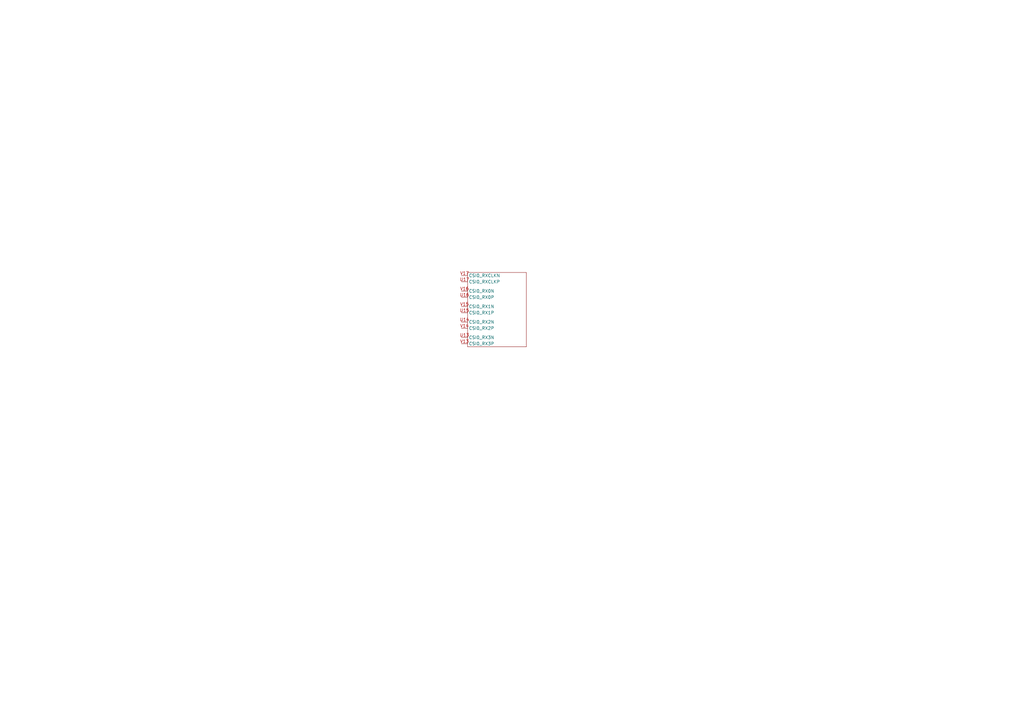
<source format=kicad_sch>
(kicad_sch (version 20250114) (generator "eeschema") (generator_version "9.0")
  (paper "A3")
  (lib_symbols
    (symbol "octavo_Library:osd62x-pm"
      (symbol "osd62x-pm_1_1"
        (rectangle (start -20.32 -2.54) (end 19.05 -198.12))
        (pin power_in line (at -22.86 -5.08 0) (length 2.54) (name "VDD_CORE") (number "G13"))
        (pin power_in line (at -22.86 -7.62 0) (length 2.54) (name "VDD_CORE") (number "G14"))
        (pin power_in line (at -22.86 -10.16 0) (length 2.54) (name "VDD_CORE") (number "G15"))
        (pin power_in line (at -22.86 -12.7 0) (length 2.54) (name "VDD_CORE") (number "G16"))
        (pin power_in line (at -22.86 -15.24 0) (length 2.54) (name "VDD_CORE") (number "G16"))
        (pin power_in line (at -22.86 -17.78 0) (length 2.54) (name "VDD_CORE") (number "H12"))
        (pin power_in line (at -22.86 -20.32 0) (length 2.54) (name "VDD_CORE") (number "H13"))
        (pin power_in line (at -22.86 -22.86 0) (length 2.54) (name "VDD_CORE") (number "H14"))
        (pin power_in line (at -22.86 -25.4 0) (length 2.54) (name "VDD_CORE") (number "H15"))
        (pin power_in line (at -22.86 -27.94 0) (length 2.54) (name "VDD_CORE") (number "H16"))
        (pin power_in line (at -22.86 -30.48 0) (length 2.54) (name "VDD_CORE") (number "J12"))
        (pin power_in line (at -22.86 -33.02 0) (length 2.54) (name "VDD_CORE") (number "J13"))
        (pin power_in line (at -22.86 -35.56 0) (length 2.54) (name "VDD_CORE") (number "J16"))
        (pin power_in line (at -22.86 -38.1 0) (length 2.54) (name "VDD_CORE") (number "K12"))
        (pin power_in line (at -22.86 -40.64 0) (length 2.54) (name "VDD_CORE") (number "K13"))
        (pin power_in line (at -22.86 -43.18 0) (length 2.54) (name "VDD_CORE") (number "K16"))
        (pin power_in line (at -22.86 -45.72 0) (length 2.54) (name "VDD_CORE") (number "L13"))
        (pin power_in line (at -22.86 -48.26 0) (length 2.54) (name "VDD_CORE") (number "L14"))
        (pin power_in line (at -22.86 -50.8 0) (length 2.54) (name "VDD_CORE") (number "L15"))
        (pin power_in line (at -22.86 -55.88 0) (length 2.54) (name "VDDR_CORE") (number "H17"))
        (pin power_in line (at -22.86 -58.42 0) (length 2.54) (name "VDDR_CORE") (number "H18"))
        (pin power_in line (at -22.86 -60.96 0) (length 2.54) (name "VDDR_CORE") (number "J17"))
        (pin power_in line (at -22.86 -63.5 0) (length 2.54) (name "VDDR_CORE") (number "J18"))
        (pin power_in line (at -22.86 -66.04 0) (length 2.54) (name "VDDR_CORE") (number "K17"))
        (pin power_in line (at -22.86 -68.58 0) (length 2.54) (name "VDDR_CORE") (number "K18"))
        (pin power_in line (at -22.86 -71.12 0) (length 2.54) (name "VDDR_CORE") (number "L17"))
        (pin power_in line (at -22.86 -73.66 0) (length 2.54) (name "VDDR_CORE") (number "L18"))
        (pin power_in line (at -22.86 -78.74 0) (length 2.54) (name "DDR_VPP") (number "N10"))
        (pin power_in line (at -22.86 -85.09 0) (length 2.54) (name "VDDA_CORE_CSIRX0") (number "M13"))
        (pin power_in line (at -22.86 -88.9 0) (length 2.54) (name "VDDA_CORE_USB") (number "M12"))
        (pin power_in line (at -22.86 -92.71 0) (length 2.54) (name "VDD_CANUART") (number "G12"))
        (pin power_in line (at -22.86 -102.87 0) (length 2.54) (name "VDDA_1P8_OLDI0") (number "P11"))
        (pin power_in line (at -22.86 -105.41 0) (length 2.54) (name "VDDA_1P8_CSIRX0") (number "P13"))
        (pin power_in line (at -22.86 -107.95 0) (length 2.54) (name "VDDA_1P8_USB") (number "P12"))
        (pin power_in line (at -22.86 -110.49 0) (length 2.54) (name "VDDA_PLL0") (number "N13"))
        (pin power_in line (at -22.86 -113.03 0) (length 2.54) (name "VDDA_PLL1") (number "N14"))
        (pin power_in line (at -22.86 -115.57 0) (length 2.54) (name "VDDA_PLL2") (number "F14"))
        (pin power_in line (at -22.86 -118.11 0) (length 2.54) (name "VDDA_MCU") (number "F13"))
        (pin power_in line (at -22.86 -120.65 0) (length 2.54) (name "VDDA_TEMP") (number "N12"))
        (pin power_in line (at -22.86 -123.19 0) (length 2.54) (name "VDDA_OSC0") (number "D15"))
        (pin power_in line (at -22.86 -125.73 0) (length 2.54) (name "VDDA_3P3_USB") (number "N7"))
        (pin power_in line (at -22.86 -135.89 0) (length 2.54) (name "VPP") (number "C16"))
        (pin power_in line (at -22.86 -144.78 0) (length 2.54) (name "VMON_SYS") (number "A15"))
        (pin power_in line (at -22.86 -149.86 0) (length 2.54) (name "VMON_1P8_SOC") (number "C15"))
        (pin power_in line (at -22.86 -154.94 0) (length 2.54) (name "VMON_3P3_SOC") (number "B15"))
        (pin power_in line (at 21.59 -5.08 180) (length 2.54) (name "VDDS_DDR") (number "K10"))
        (pin power_in line (at 21.59 -7.62 180) (length 2.54) (name "VDDS_DDR") (number "K11"))
        (pin power_in line (at 21.59 -10.16 180) (length 2.54) (name "VDDS_DDR") (number "L9"))
        (pin power_in line (at 21.59 -12.7 180) (length 2.54) (name "VDDS_DDR") (number "L10"))
        (pin power_in line (at 21.59 -15.24 180) (length 2.54) (name "VDDS_DDR") (number "L11"))
        (pin power_in line (at 21.59 -17.78 180) (length 2.54) (name "VDDS_DDR") (number "M8"))
        (pin power_in line (at 21.59 -20.32 180) (length 2.54) (name "VDDS_DDR") (number "M9"))
        (pin power_in line (at 21.59 -22.86 180) (length 2.54) (name "VDDS_DDR") (number "M10"))
        (pin power_in line (at 21.59 -25.4 180) (length 2.54) (name "VDDS_DDR") (number "N8"))
        (pin power_in line (at 21.59 -27.94 180) (length 2.54) (name "VDDS_DDR") (number "N9"))
        (pin power_in line (at 21.59 -31.75 180) (length 2.54) (name "VDDSHV_CANUART") (number "F11"))
        (pin power_in line (at 21.59 -34.29 180) (length 2.54) (name "VDDSHV_CANUART") (number "G10"))
        (pin power_in line (at 21.59 -36.83 180) (length 2.54) (name "VDDSHV_MCU") (number "F12"))
        (pin power_in line (at 21.59 -39.37 180) (length 2.54) (name "VDDSHV_MCU") (number "G11"))
        (pin power_in line (at 21.59 -43.18 180) (length 2.54) (name "VDDSHV0") (number "J21"))
        (pin power_in line (at 21.59 -45.72 180) (length 2.54) (name "VDDSHV0") (number "J22"))
        (pin power_in line (at 21.59 -48.26 180) (length 2.54) (name "VDDSHV1") (number "K21"))
        (pin power_in line (at 21.59 -50.8 180) (length 2.54) (name "VDDSHV1") (number "K22"))
        (pin power_in line (at 21.59 -53.34 180) (length 2.54) (name "VDDSHV2") (number "M21"))
        (pin power_in line (at 21.59 -55.88 180) (length 2.54) (name "VDDSHV2") (number "M22"))
        (pin power_in line (at 21.59 -58.42 180) (length 2.54) (name "VDDSHV3") (number "L21"))
        (pin power_in line (at 21.59 -60.96 180) (length 2.54) (name "VDDSHV3") (number "L22"))
        (pin power_in line (at 21.59 -63.5 180) (length 2.54) (name "VDDSHV4") (number "N11"))
        (pin power_in line (at 21.59 -66.04 180) (length 2.54) (name "VDDSHV4") (number "P10"))
        (pin power_in line (at 21.59 -68.58 180) (length 2.54) (name "VDDSHV5") (number "G21"))
        (pin power_in line (at 21.59 -71.12 180) (length 2.54) (name "VDDSHV5") (number "G22"))
        (pin power_in line (at 21.59 -73.66 180) (length 2.54) (name "VDDSHV6") (number "H21"))
        (pin power_in line (at 21.59 -76.2 180) (length 2.54) (name "VDDSHV6") (number "H22"))
        (pin power_in line (at 21.59 -80.01 180) (length 2.54) (name "VSS") (number "A2"))
        (pin power_in line (at 21.59 -82.55 180) (length 2.54) (name "VSS") (number "A14"))
        (pin power_in line (at 21.59 -85.09 180) (length 2.54) (name "VSS") (number "A27"))
        (pin power_in line (at 21.59 -87.63 180) (length 2.54) (name "VSS") (number "B1"))
        (pin power_in line (at 21.59 -90.17 180) (length 2.54) (name "VSS") (number "B14"))
        (pin power_in line (at 21.59 -92.71 180) (length 2.54) (name "VSS") (number "B28"))
        (pin power_in line (at 21.59 -95.25 180) (length 2.54) (name "VSS") (number "C3"))
        (pin power_in line (at 21.59 -97.79 180) (length 2.54) (name "VSS") (number "C4"))
        (pin power_in line (at 21.59 -100.33 180) (length 2.54) (name "VSS") (number "C14"))
        (pin power_in line (at 21.59 -102.87 180) (length 2.54) (name "VSS") (number "D3"))
        (pin power_in line (at 21.59 -105.41 180) (length 2.54) (name "VSS") (number "D4"))
        (pin power_in line (at 21.59 -107.95 180) (length 2.54) (name "VSS") (number "D14"))
        (pin power_in line (at 21.59 -110.49 180) (length 2.54) (name "VSS") (number "E3"))
        (pin power_in line (at 21.59 -113.03 180) (length 2.54) (name "VSS") (number "E4"))
        (pin power_in line (at 21.59 -115.57 180) (length 2.54) (name "VSS") (number "E5"))
        (pin power_in line (at 21.59 -118.11 180) (length 2.54) (name "VSS") (number "E6"))
        (pin power_in line (at 21.59 -120.65 180) (length 2.54) (name "VSS") (number "E7"))
        (pin power_in line (at 21.59 -123.19 180) (length 2.54) (name "VSS") (number "E8"))
        (pin power_in line (at 21.59 -125.73 180) (length 2.54) (name "VSS") (number "E9"))
        (pin power_in line (at 21.59 -128.27 180) (length 2.54) (name "VSS") (number "E10"))
        (pin power_in line (at 21.59 -130.81 180) (length 2.54) (name "VSS") (number "E11"))
        (pin power_in line (at 21.59 -133.35 180) (length 2.54) (name "VSS") (number "E12"))
        (pin power_in line (at 21.59 -135.89 180) (length 2.54) (name "VSS") (number "E13"))
        (pin power_in line (at 21.59 -138.43 180) (length 2.54) (name "VSS") (number "E16"))
        (pin power_in line (at 21.59 -140.97 180) (length 2.54) (name "VSS") (number "E17"))
        (pin power_in line (at 21.59 -143.51 180) (length 2.54) (name "VSS") (number "E18"))
        (pin power_in line (at 21.59 -146.05 180) (length 2.54) (name "VSS") (number "E19"))
        (pin power_in line (at 21.59 -148.59 180) (length 2.54) (name "VSS") (number "E20"))
        (pin power_in line (at 21.59 -151.13 180) (length 2.54) (name "VSS") (number "E21"))
        (pin power_in line (at 21.59 -153.67 180) (length 2.54) (name "VSS") (number "E22"))
        (pin power_in line (at 21.59 -156.21 180) (length 2.54) (name "VSS") (number "E23"))
        (pin power_in line (at 21.59 -158.75 180) (length 2.54) (name "VSS") (number "E24"))
        (pin power_in line (at 21.59 -161.29 180) (length 2.54) (name "VSS") (number "F19"))
        (pin power_in line (at 21.59 -163.83 180) (length 2.54) (name "VSS") (number "F20"))
        (pin power_in line (at 21.59 -166.37 180) (length 2.54) (name "VSS") (number "F21"))
        (pin power_in line (at 21.59 -168.91 180) (length 2.54) (name "VSS") (number "F22"))
        (pin power_in line (at 21.59 -171.45 180) (length 2.54) (name "VSS") (number "F23"))
        (pin power_in line (at 21.59 -173.99 180) (length 2.54) (name "VSS") (number "F24"))
        (pin power_in line (at 21.59 -176.53 180) (length 2.54) (name "VSS") (number "G19"))
        (pin power_in line (at 21.59 -179.07 180) (length 2.54) (name "VSS") (number "G20"))
        (pin power_in line (at 21.59 -181.61 180) (length 2.54) (name "VSS") (number "G23"))
        (pin power_in line (at 21.59 -184.15 180) (length 2.54) (name "VSS") (number "G24"))
        (pin power_in line (at 21.59 -186.69 180) (length 2.54) (name "VSS") (number "H19"))
        (pin power_in line (at 21.59 -189.23 180) (length 2.54) (name "VSS") (number "H20"))
        (pin power_in line (at 21.59 -191.77 180) (length 2.54) (name "VSS") (number "H24"))
        (pin power_in line (at 21.59 -194.31 180) (length 2.54) (name "VSS") (number "J14"))
        (pin power_in line (at 21.59 -196.85 180) (length 2.54) (name "VSS") (number "J15"))
      )
      (symbol "osd62x-pm_2_1"
        (rectangle (start -19.05 -2.54) (end 20.32 -30.48))
        (pin input line (at -184.15 132.08 0) (length 2.54) (name "MCU_OSC0_XI") (number "G1"))
        (pin input line (at -21.59 -5.08 0) (length 2.54) (name "MCU_OSC0_XI") (number "G1"))
        (pin output line (at -21.59 -7.62 0) (length 2.54) (name "MCU_OCS0_XO") (number "G2"))
        (pin input line (at -21.59 -12.7 0) (length 2.54) (name "WKUP_LFOSC0_XI") (number "H1"))
        (pin output line (at -21.59 -15.24 0) (length 2.54) (name "WKUP_LFOSC0_XO") (number "H2"))
        (pin input line (at -21.59 -20.32 0) (length 2.54) (name "EXT_REFCLK1") (number "D16"))
        (pin output line (at -21.59 -22.86 0) (length 2.54) (name "WKUP_CLKOUT0") (number "C7"))
        (pin output line (at 22.86 -5.08 180) (length 2.54) (name "RESETSTATZ") (number "C18"))
        (pin output line (at 22.86 -8.89 180) (length 2.54) (name "PORZ_OUT") (number "D18"))
        (pin input line (at 22.86 -12.7 180) (length 2.54) (name "RESET_REQZ") (number "D17"))
        (pin input line (at 22.86 -16.51 180) (length 2.54) (name "MCU_PORZ") (number "D6"))
        (pin input line (at 22.86 -20.32 180) (length 2.54) (name "MCU_RESETZ") (number "D6"))
        (pin output line (at 22.86 -24.13 180) (length 2.54) (name "MCU_RESETSTATZ") (number "C6"))
      )
      (symbol "osd62x-pm_3_1"
        (rectangle (start -20.32 -2.54) (end 19.05 -55.88))
        (pin power_in line (at -22.86 -5.08 0) (length 2.54) (name "DDR_VPP") (number "N10"))
        (pin no_connect line (at -22.86 -8.89 0) (length 2.54) (name "DDR_RSVD0") (number "F10"))
        (pin bidirectional line (at -22.86 -15.24 0) (length 2.54) (name "GPMC0_AD0") (number "G28"))
        (pin bidirectional line (at -22.86 -17.78 0) (length 2.54) (name "GPMC0_AD1") (number "G27"))
        (pin bidirectional line (at -22.86 -20.32 0) (length 2.54) (name "GPMC0_AD2") (number "F28"))
        (pin bidirectional line (at -22.86 -22.86 0) (length 2.54) (name "GPMC0_AD3") (number "F27"))
        (pin bidirectional line (at -22.86 -25.4 0) (length 2.54) (name "GPMC0_AD4") (number "E28"))
        (pin bidirectional line (at -22.86 -27.94 0) (length 2.54) (name "GPMC0_AD5") (number "E27"))
        (pin bidirectional line (at -22.86 -30.48 0) (length 2.54) (name "GPMC0_AD6") (number "D28"))
        (pin bidirectional line (at -22.86 -33.02 0) (length 2.54) (name "GPMC0_AD7") (number "D27"))
        (pin bidirectional line (at -22.86 -35.56 0) (length 2.54) (name "GPMC0_AD8") (number "L27"))
        (pin bidirectional line (at -22.86 -38.1 0) (length 2.54) (name "GPMC0_AD9") (number "L28"))
        (pin bidirectional line (at -22.86 -40.64 0) (length 2.54) (name "GPMC0_AD10") (number "K27"))
        (pin bidirectional line (at -22.86 -43.18 0) (length 2.54) (name "GPMC0_AD11") (number "K28"))
        (pin bidirectional line (at -22.86 -45.72 0) (length 2.54) (name "GPMC0_AD12") (number "J28"))
        (pin bidirectional line (at -22.86 -48.26 0) (length 2.54) (name "GPMC0_AD13") (number "J27"))
        (pin bidirectional line (at -22.86 -50.8 0) (length 2.54) (name "GPMC0_AD14") (number "H28"))
        (pin bidirectional line (at -22.86 -53.34 0) (length 2.54) (name "GPMC0_AD15") (number "H27"))
        (pin output line (at 21.59 -5.08 180) (length 2.54) (name "GPMC0_ADVN_ALE") (number "H25"))
        (pin output line (at 21.59 -7.62 180) (length 2.54) (name "GPMC0_OEN_REN") (number "H26"))
        (pin output line (at 21.59 -10.16 180) (length 2.54) (name "GPMC0_WEN") (number "J25"))
        (pin output line (at 21.59 -12.7 180) (length 2.54) (name "GPMC0_BE0N_CLE") (number "J26"))
        (pin output line (at 21.59 -15.24 180) (length 2.54) (name "GPMC0_BE1N") (number "K25"))
        (pin output line (at 21.59 -17.78 180) (length 2.54) (name "GPMC0_CSN0") (number "F26"))
        (pin output line (at 21.59 -20.32 180) (length 2.54) (name "GPMC0_CSN1") (number "F25"))
        (pin output line (at 21.59 -22.86 180) (length 2.54) (name "GPMC0_CSN2") (number "E26"))
        (pin output line (at 21.59 -25.4 180) (length 2.54) (name "GPMC0_CSN3") (number "E25"))
        (pin output line (at 21.59 -27.94 180) (length 2.54) (name "GPMC0_WAIT0") (number "L25"))
        (pin output line (at 21.59 -30.48 180) (length 2.54) (name "GPMC0_WAIT1") (number "L26"))
        (pin output line (at 21.59 -33.02 180) (length 2.54) (name "GPMC0_CLK") (number "K26"))
        (pin output line (at 21.59 -35.56 180) (length 2.54) (name "GPMC0_DIR") (number "G25"))
        (pin output line (at 21.59 -38.1 180) (length 2.54) (name "GPMC0_WPN") (number "G26"))
      )
      (symbol "osd62x-pm_4_1"
        (rectangle (start -20.32 -2.54) (end 19.05 -106.68))
        (pin output line (at -22.86 -5.08 0) (length 2.54) (name "UART0_TXD") (number "B10"))
        (pin input line (at -22.86 -7.62 0) (length 2.54) (name "UART0_RXD") (number "A10"))
        (pin input line (at -22.86 -10.16 0) (length 2.54) (name "UART0_CTSN") (number "A9"))
        (pin output line (at -22.86 -12.7 0) (length 2.54) (name "UART0_RTSN") (number "B9"))
        (pin output line (at -22.86 -17.78 0) (length 2.54) (name "MCU_UART0_TXD") (number "B3"))
        (pin input line (at -22.86 -20.32 0) (length 2.54) (name "MCU_UART0_RXD") (number "B2"))
        (pin input line (at -22.86 -22.86 0) (length 2.54) (name "MCU_UART0_CTSN") (number "B4"))
        (pin output line (at -22.86 -25.4 0) (length 2.54) (name "MCU_UART0_RTSN") (number "A3"))
        (pin output line (at -22.86 -30.48 0) (length 2.54) (name "WKUP_UART0_TXD") (number "C1"))
        (pin input line (at -22.86 -33.02 0) (length 2.54) (name "WKUP_UART0_RXD") (number "C2"))
        (pin input line (at -22.86 -35.56 0) (length 2.54) (name "WKUP_UART0_CTSN") (number "D1"))
        (pin output line (at -22.86 -38.1 0) (length 2.54) (name "WKUP_UART0_RTSN") (number "A3"))
        (pin bidirectional line (at -22.86 -44.45 0) (length 2.54) (name "I2C0_SCL") (number "A12"))
        (pin bidirectional line (at -22.86 -46.99 0) (length 2.54) (name "I2C0_SDA") (number "B12"))
        (pin bidirectional line (at -22.86 -52.07 0) (length 2.54) (name "I2C1_SCL") (number "A13"))
        (pin bidirectional line (at -22.86 -54.61 0) (length 2.54) (name "I2C1_SDA") (number "B13"))
        (pin bidirectional line (at -22.86 -59.69 0) (length 2.54) (name "MCU_I2C0_SCL") (number "A7"))
        (pin bidirectional line (at -22.86 -62.23 0) (length 2.54) (name "MCU_I2C0_SDA") (number "B7"))
        (pin bidirectional line (at -22.86 -67.31 0) (length 2.54) (name "WKUP_I2C0_SCL") (number "A8"))
        (pin bidirectional line (at -22.86 -69.85 0) (length 2.54) (name "WKUP_I2C0_SDA") (number "B8"))
        (pin input line (at -22.86 -77.47 0) (length 2.54) (name "SPI0_CLK") (number "C11"))
        (pin bidirectional line (at -22.86 -80.01 0) (length 2.54) (name "SPI0_D0") (number "D12"))
        (pin bidirectional line (at -22.86 -82.55 0) (length 2.54) (name "SPI0_D1") (number "C12"))
        (pin output line (at -22.86 -85.09 0) (length 2.54) (name "SPI0_CS0") (number "D13"))
        (pin output line (at -22.86 -87.63 0) (length 2.54) (name "SPI0_CS1") (number "C13"))
        (pin input line (at -22.86 -93.98 0) (length 2.54) (name "MCU_SPI0_CLK") (number "A4"))
        (pin bidirectional line (at -22.86 -96.52 0) (length 2.54) (name "MCU_SPI0_D0") (number "B5"))
        (pin bidirectional line (at -22.86 -99.06 0) (length 2.54) (name "MCU_SPI0_D1") (number "A5"))
        (pin output line (at -22.86 -101.6 0) (length 2.54) (name "MCU_SPI0_CS0") (number "B6"))
        (pin output line (at -22.86 -104.14 0) (length 2.54) (name "MCU_SPI0_CS1") (number "A6"))
        (pin input line (at 21.59 -5.08 180) (length 2.54) (name "MCAN0_RX") (number "A11"))
        (pin output line (at 21.59 -7.62 180) (length 2.54) (name "MCAN0_TX") (number "B11"))
        (pin input line (at 21.59 -12.7 180) (length 2.54) (name "MCU_MCAN0_RX") (number "E1"))
        (pin output line (at 21.59 -15.24 180) (length 2.54) (name "MCU_MCAN0_TX") (number "E2"))
        (pin input line (at 21.59 -20.32 180) (length 2.54) (name "MCU_MCAN1_RX") (number "F1"))
        (pin output line (at 21.59 -22.86 180) (length 2.54) (name "MCU_MCAN1_TX") (number "F2"))
        (pin output line (at 21.59 -30.48 180) (length 2.54) (name "MCU_ERRORN") (number "D7"))
        (pin input line (at 21.59 -33.02 180) (length 2.54) (name "MCU_PORZ") (number "D6"))
        (pin input line (at 21.59 -35.56 180) (length 2.54) (name "MCU_RESETZ") (number "C5"))
        (pin output line (at 21.59 -38.1 180) (length 2.54) (name "MCU_RESETSTATZ") (number "C6"))
      )
      (symbol "osd62x-pm_5_1"
        (rectangle (start -20.32 -2.54) (end 19.05 -50.8))
        (pin input line (at -24.13 -13.97 0) (length 2.54) (name "RGMII1_RD3") (number "V21"))
        (pin input line (at -24.13 -16.51 0) (length 2.54) (name "RGMII1_RD2") (number "U21"))
        (pin input line (at -24.13 -19.05 0) (length 2.54) (name "RGMII1_RD1") (number "V22"))
        (pin input line (at -24.13 -21.59 0) (length 2.54) (name "RGMII1_RD0") (number "U22"))
        (pin input line (at -24.13 -24.13 0) (length 2.54) (name "RGMII1_RX_CTL") (number "V20"))
        (pin input line (at -24.13 -26.67 0) (length 2.54) (name "RGMII1_RXC") (number "U20"))
        (pin bidirectional line (at -22.86 -5.08 0) (length 2.54) (name "MDIO0_MDIO") (number "U26"))
        (pin output line (at -22.86 -7.62 0) (length 2.54) (name "MDIO0_MDC") (number "V26"))
        (pin input line (at -22.86 -35.56 0) (length 2.54) (name "RGMII2_RXC") (number "R22"))
        (pin input line (at -22.86 -38.1 0) (length 2.54) (name "RGMII2_RX_CTL") (number "T23"))
        (pin input line (at -22.86 -40.64 0) (length 2.54) (name "RGMII2_RD0") (number "T25"))
        (pin input line (at -22.86 -43.18 0) (length 2.54) (name "RGMII2_RD1") (number "R24"))
        (pin input line (at -22.86 -45.72 0) (length 2.54) (name "RGMII2_RD2") (number "T24"))
        (pin input line (at -22.86 -48.26 0) (length 2.54) (name "RGMII2_RD3") (number "R23"))
        (pin output line (at 21.59 -13.97 180) (length 2.54) (name "RGMII1_TD3") (number "V24"))
        (pin output line (at 21.59 -16.51 180) (length 2.54) (name "RGMII1_TD2") (number "U24"))
        (pin output line (at 21.59 -19.05 180) (length 2.54) (name "RGMII1_TD1") (number "V25"))
        (pin output line (at 21.59 -21.59 180) (length 2.54) (name "RGMII1_TDO") (number "U25"))
        (pin output line (at 21.59 -24.13 180) (length 2.54) (name "RGMII1_TX_CTL") (number "V23"))
        (pin output line (at 21.59 -26.67 180) (length 2.54) (name "RGMII1_TXC") (number "U25"))
        (pin output line (at 21.59 -35.56 180) (length 2.54) (name "RGMII2_TD3") (number "R20"))
        (pin output line (at 21.59 -38.1 180) (length 2.54) (name "RGMII2_TD2") (number "T21"))
        (pin output line (at 21.59 -40.64 180) (length 2.54) (name "RGMII2_TD1") (number "R21"))
        (pin output line (at 21.59 -43.18 180) (length 2.54) (name "TGMII2TD0") (number "T22"))
        (pin output line (at 21.59 -45.72 180) (length 2.54) (name "RGMII2_TX_CTL") (number "T20"))
        (pin output line (at 21.59 -48.26 180) (length 2.54) (name "RGMII2_TXC") (number "R19"))
      )
      (symbol "osd62x-pm_6_1"
        (rectangle (start -20.32 -2.54) (end 19.05 -24.13))
        (pin power_in line (at -22.86 -5.08 0) (length 2.54) (name "VDDA_1P8_USB") (number "P12"))
        (pin power_in line (at -22.86 -7.62 0) (length 2.54) (name "VDDA_3P3_USB") (number "N7"))
        (pin bidirectional line (at -22.86 -13.97 0) (length 2.54) (name "USB0_DM") (number "U12"))
        (pin bidirectional line (at -22.86 -16.51 0) (length 2.54) (name "USB0_DP") (number "V12"))
        (pin input line (at -22.86 -19.05 0) (length 2.54) (name "USB0_VBUS") (number "V11"))
        (pin output line (at -22.86 -21.59 0) (length 2.54) (name "USB0_DRVVBUS") (number "C19"))
        (pin output line (at 21.59 -13.97 180) (length 2.54) (name "USB1_DRVVBUS") (number "D19"))
        (pin input line (at 21.59 -16.51 180) (length 2.54) (name "USB1_VBUS") (number "U11"))
        (pin bidirectional line (at 21.59 -19.05 180) (length 2.54) (name "USB1_DP") (number "V10"))
        (pin bidirectional line (at 21.59 -21.59 180) (length 2.54) (name "USB1_DM") (number "U10"))
      )
      (symbol "osd62x-pm_7_1"
        (rectangle (start -24.13 -5.08) (end 21.59 -68.58))
        (pin output line (at -26.67 -6.35 0) (length 2.54) (name "VOUT0_PCLK") (number "T26"))
        (pin output line (at -26.67 -8.89 0) (length 2.54) (name "VOUT0_DE") (number "R25"))
        (pin output line (at -26.67 -11.43 0) (length 2.54) (name "VOUT0_HSYNC") (number "P25"))
        (pin output line (at -26.67 -13.97 0) (length 2.54) (name "VOUT0_VSYNC") (number "R26"))
        (pin output line (at -26.67 -16.51 0) (length 2.54) (name "VOUT0_DATA0") (number "P26"))
        (pin output line (at -26.67 -19.05 0) (length 2.54) (name "VOUT0_DATA1") (number "N25"))
        (pin output line (at -26.67 -21.59 0) (length 2.54) (name "VOUT0_DATA2") (number "N26"))
        (pin output line (at -26.67 -24.13 0) (length 2.54) (name "VOUT0_DATA3") (number "M25"))
        (pin output line (at -26.67 -26.67 0) (length 2.54) (name "VOUT0_DATA4") (number "M26"))
        (pin output line (at -26.67 -29.21 0) (length 2.54) (name "VOUT0_DATA5") (number "U27"))
        (pin output line (at -26.67 -31.75 0) (length 2.54) (name "VOUT0_DATA6") (number "T27"))
        (pin output line (at -26.67 -34.29 0) (length 2.54) (name "VOUT0_DATA7") (number "T28"))
        (pin output line (at -26.67 -36.83 0) (length 2.54) (name "VOUT0_DATA8") (number "R27"))
        (pin output line (at -26.67 -39.37 0) (length 2.54) (name "VOUT0_DATA9") (number "R28"))
        (pin output line (at -26.67 -41.91 0) (length 2.54) (name "VOUT0_DATA10") (number "P27"))
        (pin output line (at -26.67 -44.45 0) (length 2.54) (name "VOUT0_DATA11") (number "P28"))
        (pin output line (at -26.67 -46.99 0) (length 2.54) (name "VOUT0_DATA12") (number "N27"))
        (pin output line (at -26.67 -49.53 0) (length 2.54) (name "VOUT0_DATA13") (number "N28"))
        (pin output line (at -26.67 -52.07 0) (length 2.54) (name "VOUT0_DATA14") (number "M27"))
        (pin output line (at -26.67 -54.61 0) (length 2.54) (name "VOUT0_DATA15") (number "M28"))
        (pin output line (at 24.13 -6.35 180) (length 2.54) (name "OLDI0_A0N") (number "P2"))
        (pin output line (at 24.13 -8.89 180) (length 2.54) (name "OLDI0_A0P") (number "R1"))
        (pin output line (at 24.13 -12.7 180) (length 2.54) (name "OLDI0_A1N") (number "R2"))
        (pin output line (at 24.13 -15.24 180) (length 2.54) (name "OLDI0_A1P") (number "T1"))
        (pin output line (at 24.13 -19.05 180) (length 2.54) (name "ALDI0_A2N") (number "T2"))
        (pin output line (at 24.13 -21.59 180) (length 2.54) (name "ALDI0_A2P") (number "U2"))
        (pin output line (at 24.13 -25.4 180) (length 2.54) (name "ALDI0_A3N") (number "U3"))
        (pin output line (at 24.13 -27.94 180) (length 2.54) (name "ALDI0_A3P") (number "V3"))
        (pin output line (at 24.13 -31.75 180) (length 2.54) (name "ALDI0_A4N") (number "U4"))
        (pin output line (at 24.13 -34.29 180) (length 2.54) (name "ALDI0_A4P") (number "V4"))
        (pin output line (at 24.13 -38.1 180) (length 2.54) (name "ALDI0_A5N") (number "U5"))
        (pin output line (at 24.13 -40.64 180) (length 2.54) (name "ALDI0_A5P") (number "V5"))
        (pin output line (at 24.13 -44.45 180) (length 2.54) (name "ALDI0_A6N") (number "U6"))
        (pin output line (at 24.13 -46.99 180) (length 2.54) (name "ALDI0_A6P") (number "V6"))
        (pin output line (at 24.13 -50.8 180) (length 2.54) (name "ALDI0_A7N") (number "U7"))
        (pin output line (at 24.13 -53.34 180) (length 2.54) (name "ALDI0_A7P") (number "V7"))
        (pin output line (at 24.13 -57.15 180) (length 2.54) (name "ALDI0_CLK0N") (number "U8"))
        (pin output line (at 24.13 -59.69 180) (length 2.54) (name "ALDI0_CLK0P") (number "V8"))
        (pin output line (at 24.13 -63.5 180) (length 2.54) (name "ALDI0_CLK1N") (number "U9"))
        (pin output line (at 24.13 -66.04 180) (length 2.54) (name "ALDI0_CLK1P") (number "V9"))
      )
      (symbol "osd62x-pm_8_1"
        (rectangle (start -20.32 -2.54) (end 3.81 -33.02))
        (pin input line (at -22.86 -3.81 0) (length 2.54) (name "CSI0_RXCLKN") (number "V17"))
        (pin input line (at -22.86 -6.35 0) (length 2.54) (name "CSI0_RXCLKP") (number "U17"))
        (pin input line (at -22.86 -10.16 0) (length 2.54) (name "CSI0_RX0N") (number "V16"))
        (pin input line (at -22.86 -12.7 0) (length 2.54) (name "CSI0_RX0P") (number "U16"))
        (pin input line (at -22.86 -16.51 0) (length 2.54) (name "CSI0_RX1N") (number "V15"))
        (pin input line (at -22.86 -19.05 0) (length 2.54) (name "CSI0_RX1P") (number "U15"))
        (pin input line (at -22.86 -22.86 0) (length 2.54) (name "CSI0_RX2N") (number "U14"))
        (pin input line (at -22.86 -25.4 0) (length 2.54) (name "CSI0_RX2P") (number "V14"))
        (pin input line (at -22.86 -29.21 0) (length 2.54) (name "CSI0_RX3N") (number "U13"))
        (pin input line (at -22.86 -31.75 0) (length 2.54) (name "CSI0_RX3P") (number "V13"))
      )
    )
  )
  (symbol (lib_id "octavo_Library:osd62x-pm") (at 212.09 109.22 0) (unit 8)
    (property "Reference" "U1" (effects (hide yes)))
  )
)
</source>
